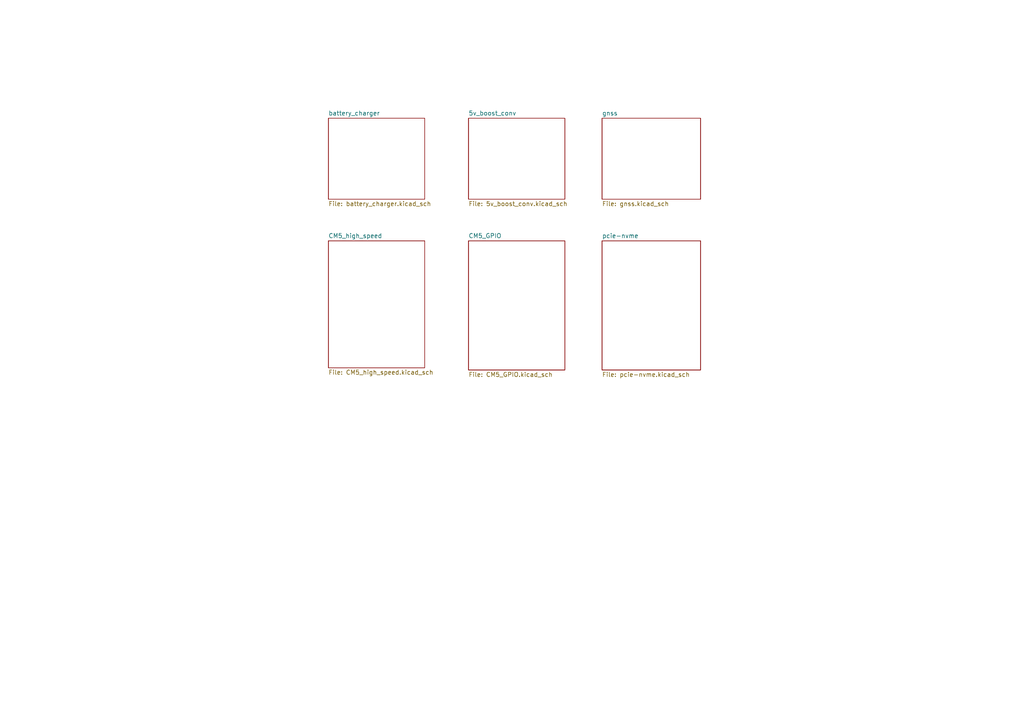
<source format=kicad_sch>
(kicad_sch
	(version 20250114)
	(generator "eeschema")
	(generator_version "9.0")
	(uuid "e6144e29-1dc4-45a8-93e7-988a20131b94")
	(paper "A4")
	(lib_symbols)
	(sheet
		(at 174.625 34.29)
		(size 28.575 23.495)
		(exclude_from_sim no)
		(in_bom yes)
		(on_board yes)
		(dnp no)
		(fields_autoplaced yes)
		(stroke
			(width 0.1524)
			(type solid)
		)
		(fill
			(color 0 0 0 0.0000)
		)
		(uuid "0be82c74-fb54-4d7f-bce1-28060d710cf9")
		(property "Sheetname" "gnss"
			(at 174.625 33.5784 0)
			(effects
				(font
					(size 1.27 1.27)
				)
				(justify left bottom)
			)
		)
		(property "Sheetfile" "gnss.kicad_sch"
			(at 174.625 58.3696 0)
			(effects
				(font
					(size 1.27 1.27)
				)
				(justify left top)
			)
		)
		(instances
			(project "KB-01"
				(path "/e6144e29-1dc4-45a8-93e7-988a20131b94"
					(page "6")
				)
			)
		)
	)
	(sheet
		(at 95.25 34.29)
		(size 27.94 23.495)
		(exclude_from_sim no)
		(in_bom yes)
		(on_board yes)
		(dnp no)
		(fields_autoplaced yes)
		(stroke
			(width 0.1524)
			(type solid)
		)
		(fill
			(color 0 0 0 0.0000)
		)
		(uuid "8a655b9b-8849-4070-bc16-b30b70cfa2c5")
		(property "Sheetname" "battery_charger"
			(at 95.25 33.5784 0)
			(effects
				(font
					(size 1.27 1.27)
				)
				(justify left bottom)
			)
		)
		(property "Sheetfile" "battery_charger.kicad_sch"
			(at 95.25 58.3696 0)
			(effects
				(font
					(size 1.27 1.27)
				)
				(justify left top)
			)
		)
		(instances
			(project "KB-01"
				(path "/e6144e29-1dc4-45a8-93e7-988a20131b94"
					(page "4")
				)
			)
		)
	)
	(sheet
		(at 95.25 69.85)
		(size 27.94 36.83)
		(exclude_from_sim no)
		(in_bom yes)
		(on_board yes)
		(dnp no)
		(fields_autoplaced yes)
		(stroke
			(width 0.1524)
			(type solid)
		)
		(fill
			(color 0 0 0 0.0000)
		)
		(uuid "c056c83f-0013-49c8-b531-d86fefdb5c46")
		(property "Sheetname" "CM5_high_speed"
			(at 95.25 69.1384 0)
			(effects
				(font
					(size 1.27 1.27)
				)
				(justify left bottom)
			)
		)
		(property "Sheetfile" "CM5_high_speed.kicad_sch"
			(at 95.25 107.2646 0)
			(effects
				(font
					(size 1.27 1.27)
				)
				(justify left top)
			)
		)
		(instances
			(project "KB-01"
				(path "/e6144e29-1dc4-45a8-93e7-988a20131b94"
					(page "2")
				)
			)
		)
	)
	(sheet
		(at 135.89 69.85)
		(size 27.94 37.465)
		(exclude_from_sim no)
		(in_bom yes)
		(on_board yes)
		(dnp no)
		(fields_autoplaced yes)
		(stroke
			(width 0.1524)
			(type solid)
		)
		(fill
			(color 0 0 0 0.0000)
		)
		(uuid "e0fc78fc-72bd-4488-afe4-0929818a7c1a")
		(property "Sheetname" "CM5_GPIO"
			(at 135.89 69.1384 0)
			(effects
				(font
					(size 1.27 1.27)
				)
				(justify left bottom)
			)
		)
		(property "Sheetfile" "CM5_GPIO.kicad_sch"
			(at 135.89 107.8996 0)
			(effects
				(font
					(size 1.27 1.27)
				)
				(justify left top)
			)
		)
		(instances
			(project "KB-01"
				(path "/e6144e29-1dc4-45a8-93e7-988a20131b94"
					(page "3")
				)
			)
		)
	)
	(sheet
		(at 174.625 69.85)
		(size 28.575 37.465)
		(exclude_from_sim no)
		(in_bom yes)
		(on_board yes)
		(dnp no)
		(fields_autoplaced yes)
		(stroke
			(width 0.1524)
			(type solid)
		)
		(fill
			(color 0 0 0 0.0000)
		)
		(uuid "e474c326-f80b-4652-be93-3ce49aa7493e")
		(property "Sheetname" "pcie-nvme"
			(at 174.625 69.1384 0)
			(effects
				(font
					(size 1.27 1.27)
				)
				(justify left bottom)
			)
		)
		(property "Sheetfile" "pcie-nvme.kicad_sch"
			(at 174.625 107.8996 0)
			(effects
				(font
					(size 1.27 1.27)
				)
				(justify left top)
			)
		)
		(instances
			(project "KB-01"
				(path "/e6144e29-1dc4-45a8-93e7-988a20131b94"
					(page "7")
				)
			)
		)
	)
	(sheet
		(at 135.89 34.29)
		(size 27.94 23.495)
		(exclude_from_sim no)
		(in_bom yes)
		(on_board yes)
		(dnp no)
		(fields_autoplaced yes)
		(stroke
			(width 0.1524)
			(type solid)
		)
		(fill
			(color 0 0 0 0.0000)
		)
		(uuid "f9d53241-b903-4597-892d-d58932656724")
		(property "Sheetname" "5v_boost_conv"
			(at 135.89 33.5784 0)
			(effects
				(font
					(size 1.27 1.27)
				)
				(justify left bottom)
			)
		)
		(property "Sheetfile" "5v_boost_conv.kicad_sch"
			(at 135.89 58.3696 0)
			(effects
				(font
					(size 1.27 1.27)
				)
				(justify left top)
			)
		)
		(instances
			(project "KB-01"
				(path "/e6144e29-1dc4-45a8-93e7-988a20131b94"
					(page "5")
				)
			)
		)
	)
	(sheet_instances
		(path "/"
			(page "1")
		)
	)
	(embedded_fonts no)
)

</source>
